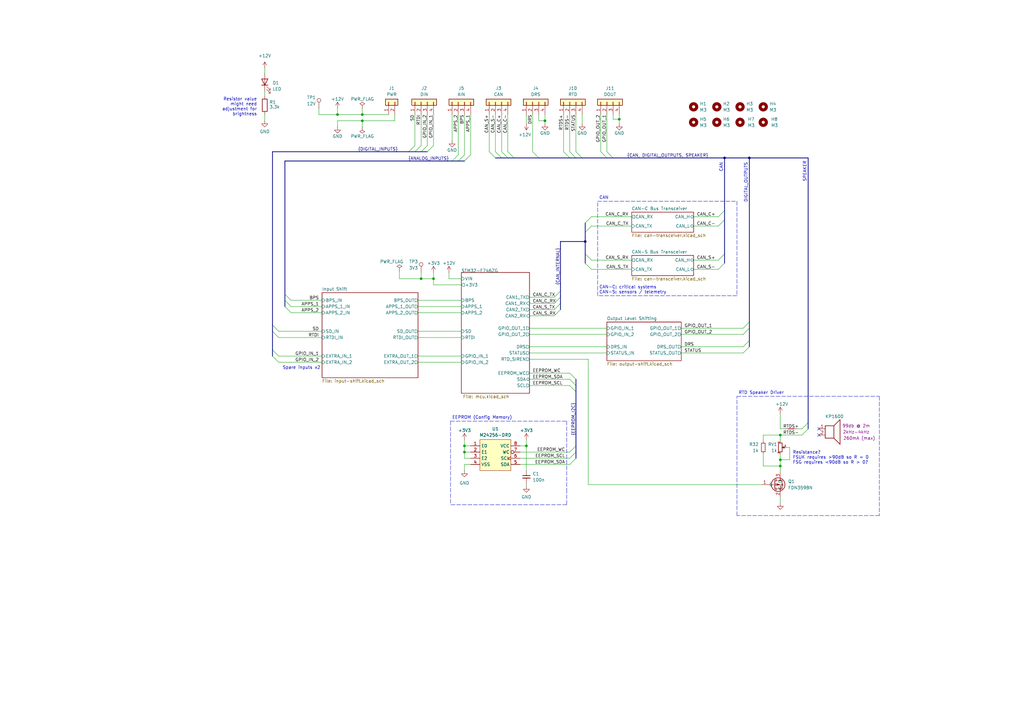
<source format=kicad_sch>
(kicad_sch (version 20211123) (generator eeschema)
  (paper "A3")
  (title_block (title "VCU") (date "2023-03-01") (rev "1.2.0") (company "SUFST") (comment 1 "STAG 9") (comment 2 "Tim Brewis") (comment 3 "Max O'Brien"))
  (lib_symbols
    (symbol "Connector:TestPoint" (pin_numbers hide) (pin_names (offset 0.762) hide)
      (property "Reference" "TP" (at 0 6.858 0))
      (property "Value" "TestPoint" (at 0 5.08 0))
      (symbol "TestPoint_0_1"
        (circle (center 0 3.302) (radius 0.762))
      )
      (symbol "TestPoint_1_1"
        (pin passive line (at 0 0 90) (length 2.54) (name "1") (number "1"))
      )
    )
    (symbol "Connector_Generic:Conn_01x02" (pin_names (offset 1.016) hide)
      (property "Reference" "J" (at 0 2.54 0))
      (property "Value" "Conn_01x02" (at 0 -5.08 0))
      (symbol "Conn_01x02_1_1"
        (rectangle (start -1.27 -2.413) (end 0 -2.667) (stroke (width 0.1524)))
        (rectangle (start -1.27 0.127) (end 0 -0.127) (stroke (width 0.1524)))
        (rectangle (start -1.27 1.27) (end 1.27 -3.81) (stroke (width 0.254)) (fill (type background)))
        (pin passive line (at -5.08 0 0) (length 3.81) (name "Pin_1") (number "1"))
        (pin passive line (at -5.08 -2.54 0) (length 3.81) (name "Pin_2") (number "2"))
      )
    )
    (symbol "Connector_Generic:Conn_01x04" (pin_names (offset 1.016) hide)
      (property "Reference" "J" (at 0 5.08 0))
      (property "Value" "Conn_01x04" (at 0 -7.62 0))
      (symbol "Conn_01x04_1_1"
        (rectangle (start -1.27 -4.953) (end 0 -5.207) (stroke (width 0.1524)))
        (rectangle (start -1.27 -2.413) (end 0 -2.667) (stroke (width 0.1524)))
        (rectangle (start -1.27 0.127) (end 0 -0.127) (stroke (width 0.1524)))
        (rectangle (start -1.27 2.667) (end 0 2.413) (stroke (width 0.1524)))
        (rectangle (start -1.27 3.81) (end 1.27 -6.35) (stroke (width 0.254)) (fill (type background)))
        (pin passive line (at -5.08 2.54 0) (length 3.81) (name "Pin_1") (number "1"))
        (pin passive line (at -5.08 0 0) (length 3.81) (name "Pin_2") (number "2"))
        (pin passive line (at -5.08 -2.54 0) (length 3.81) (name "Pin_3") (number "3"))
        (pin passive line (at -5.08 -5.08 0) (length 3.81) (name "Pin_4") (number "4"))
      )
    )
    (symbol "Device:C_Small" (pin_numbers hide) (pin_names (offset 0.254) hide)
      (property "Reference" "C" (at 0.254 1.778 0))
      (property "Value" "C_Small" (at 0.254 -2.032 0))
      (symbol "C_Small_0_1"
        (polyline (pts (xy -1.524 -0.508) (xy 1.524 -0.508)) (stroke (width 0.3302)))
        (polyline (pts (xy -1.524 0.508) (xy 1.524 0.508)) (stroke (width 0.3048)))
      )
      (symbol "C_Small_1_1"
        (pin passive line (at 0 2.54 270) (length 2.032) (name "~") (number "1"))
        (pin passive line (at 0 -2.54 90) (length 2.032) (name "~") (number "2"))
      )
    )
    (symbol "Device:LED" (pin_numbers hide) (pin_names (offset 1.016) hide)
      (property "Reference" "D" (at 0 2.54 0))
      (property "Value" "LED" (at 0 -2.54 0))
      (symbol "LED_0_1"
        (polyline (pts (xy -1.27 -1.27) (xy -1.27 1.27)) (stroke (width 0.254)))
        (polyline (pts (xy -1.27 0) (xy 1.27 0)))
        (polyline (pts (xy 1.27 -1.27) (xy 1.27 1.27) (xy -1.27 0) (xy 1.27 -1.27)) (stroke (width 0.254)))
        (polyline (pts (xy -3.048 -0.762) (xy -4.572 -2.286) (xy -3.81 -2.286) (xy -4.572 -2.286) (xy -4.572 -1.524)))
        (polyline (pts (xy -1.778 -0.762) (xy -3.302 -2.286) (xy -2.54 -2.286) (xy -3.302 -2.286) (xy -3.302 -1.524)))
      )
      (symbol "LED_1_1"
        (pin passive line (at -3.81 0 0) (length 2.54) (name "K") (number "1"))
        (pin passive line (at 3.81 0 180) (length 2.54) (name "A") (number "2"))
      )
    )
    (symbol "Device:NetTie_2" (pin_numbers hide) (pin_names (offset 0) hide)
      (property "Reference" "NT" (at 0 1.27 0))
      (property "Value" "NetTie_2" (at 0 -1.27 0))
      (symbol "NetTie_2_0_1"
        (polyline (pts (xy -1.27 0) (xy 1.27 0)) (stroke (width 0.254)))
      )
      (symbol "NetTie_2_1_1"
        (pin passive line (at -2.54 0 0) (length 2.54) (name "1") (number "1"))
        (pin passive line (at 2.54 0 180) (length 2.54) (name "2") (number "2"))
      )
    )
    (symbol "Device:R" (pin_numbers hide) (pin_names (offset 0))
      (property "Reference" "R" (at 2.032 0 90))
      (property "Value" "R" (at 0 0 90))
      (symbol "R_0_1"
        (rectangle (start -1.016 -2.54) (end 1.016 2.54) (stroke (width 0.254)))
      )
      (symbol "R_1_1"
        (pin passive line (at 0 3.81 270) (length 1.27) (name "~") (number "1"))
        (pin passive line (at 0 -3.81 90) (length 1.27) (name "~") (number "2"))
      )
    )
    (symbol "Device:R_Potentiometer_Small" (pin_names (offset 1.016) hide)
      (property "Reference" "RV" (at -4.445 0 90))
      (property "Value" "R_Potentiometer_Small" (at -2.54 0 90))
      (symbol "R_Potentiometer_Small_0_1"
        (polyline (pts (xy 0.889 0) (xy 0.635 0) (xy 1.651 0.381) (xy 1.651 -0.381) (xy 0.635 0) (xy 0.889 0)) (fill (type outline)))
        (rectangle (start 0.762 1.8034) (end -0.762 -1.8034) (stroke (width 0.254)))
      )
      (symbol "R_Potentiometer_Small_1_1"
        (pin passive line (at 0 2.54 270) (length 0.635) (name "1") (number "1"))
        (pin passive line (at 2.54 0 180) (length 0.9906) (name "2") (number "2"))
        (pin passive line (at 0 -2.54 90) (length 0.635) (name "3") (number "3"))
      )
    )
    (symbol "Device:R_Small" (pin_numbers hide) (pin_names (offset 0.254) hide)
      (property "Reference" "R" (at 0.762 0.508 0))
      (property "Value" "R_Small" (at 0.762 -1.016 0))
      (symbol "R_Small_0_1"
        (rectangle (start -0.762 1.778) (end 0.762 -1.778) (stroke (width 0.2032)))
      )
      (symbol "R_Small_1_1"
        (pin passive line (at 0 2.54 270) (length 0.762) (name "~") (number "1"))
        (pin passive line (at 0 -2.54 90) (length 0.762) (name "~") (number "2"))
      )
    )
    (symbol "Device:Speaker" (pin_names (offset 0) hide)
      (property "Reference" "LS" (at 1.27 5.715 0))
      (property "Value" "Speaker" (at 1.27 3.81 0))
      (symbol "Speaker_0_0"
        (rectangle (start -2.54 1.27) (end 1.016 -3.81) (stroke (width 0.254)))
        (polyline (pts (xy 1.016 1.27) (xy 3.556 3.81) (xy 3.556 -6.35) (xy 1.016 -3.81)) (stroke (width 0.254)))
      )
      (symbol "Speaker_1_1"
        (pin input line (at -5.08 0 0) (length 2.54) (name "1") (number "1"))
        (pin input line (at -5.08 -2.54 0) (length 2.54) (name "2") (number "2"))
      )
    )
    (symbol "Mechanical:MountingHole" (pin_names (offset 1.016))
      (property "Reference" "H" (at 0 5.08 0))
      (property "Value" "MountingHole" (at 0 3.175 0))
      (symbol "MountingHole_0_1"
        (circle (center 0 0) (radius 1.27) (stroke (width 1.27)))
      )
    )
    (symbol "SUFST:FDN359BN"
      (property "Reference" "Q" (at 0 0 0))
      (property "Value" "FDN359BN" (at 6.35 3.81 0))
      (symbol "FDN359BN_0_1"
        (circle (center -0.889 0) (radius 2.794) (stroke (width 0.254)))
        (circle (center 0 -1.778) (radius 0.254) (fill (type outline)))
        (polyline (pts (xy -2.286 0) (xy -5.08 0)))
        (polyline (pts (xy -2.286 1.905) (xy -2.286 -1.905)) (stroke (width 0.254)))
        (polyline (pts (xy -1.778 -1.27) (xy -1.778 -2.286)) (stroke (width 0.254)))
        (polyline (pts (xy -1.778 0.508) (xy -1.778 -0.508)) (stroke (width 0.254)))
        (polyline (pts (xy -1.778 2.286) (xy -1.778 1.27)) (stroke (width 0.254)))
        (polyline (pts (xy 0 2.54) (xy 0 1.778)))
        (polyline (pts (xy 0 -2.54) (xy 0 0) (xy -1.778 0)))
        (polyline (pts (xy -1.778 1.778) (xy 0.762 1.778) (xy 0.762 -1.778) (xy -1.778 -1.778)))
        (polyline (pts (xy -0.254 0) (xy -1.27 0.381) (xy -1.27 -0.381) (xy -0.254 0)) (fill (type outline)))
        (polyline (pts (xy 0.254 -0.508) (xy 0.381 -0.381) (xy 1.143 -0.381) (xy 1.27 -0.254)))
        (polyline (pts (xy 0.762 -0.381) (xy 0.381 0.254) (xy 1.143 0.254) (xy 0.762 -0.381)))
        (circle (center 0 1.778) (radius 0.254) (fill (type outline)))
      )
      (symbol "FDN359BN_1_1"
        (pin input line (at -7.62 0 0) (length 2.54) (name "G") (number "1"))
        (pin passive line (at 0 -5.08 90) (length 2.54) (name "S") (number "2"))
        (pin passive line (at 0 5.08 270) (length 2.54) (name "D") (number "3"))
      )
    )
    (symbol "SUFST:M24256-A125"
      (property "Reference" "U1" (at 0 10.16 0))
      (property "Value" "M24256-A125" (at 0 7.62 0))
      (symbol "M24256-A125_0_1"
        (rectangle (start -6.35 5.08) (end 6.35 -7.62) (fill (type background)))
      )
      (symbol "M24256-A125_1_1"
        (pin input line (at -10.16 2.54 0) (length 3.81) (name "E0") (number "1"))
        (pin input line (at -10.16 0 0) (length 3.81) (name "E1") (number "2"))
        (pin input line (at -10.16 -2.54 0) (length 3.81) (name "E2") (number "3"))
        (pin power_in line (at -10.16 -5.08 0) (length 3.81) (name "VSS") (number "4"))
        (pin bidirectional line (at 10.16 -5.08 180) (length 3.81) (name "SDA") (number "5"))
        (pin input clock (at 10.16 -2.54 180) (length 3.81) (name "SCL") (number "6"))
        (pin input inverted (at 10.16 0 180) (length 3.81) (name "WC") (number "7"))
        (pin power_in line (at 10.16 2.54 180) (length 3.81) (name "VCC") (number "8"))
      )
    )
    (symbol "power:+12V" (power) (pin_names (offset 0))
      (property "Value" "+12V" (at 0 3.556 0))
      (symbol "+12V_0_1"
        (polyline (pts (xy -0.762 1.27) (xy 0 2.54)))
        (polyline (pts (xy 0 0) (xy 0 2.54)))
        (polyline (pts (xy 0 2.54) (xy 0.762 1.27)))
      )
      (symbol "+12V_1_1"
        (pin power_in line (at 0 0 90) (length 0) hide (name "+12V") (number "1"))
      )
    )
    (symbol "power:+3V3" (power) (pin_names (offset 0))
      (property "Value" "+3V3" (at 0 3.556 0))
      (symbol "+3V3_0_1"
        (polyline (pts (xy -0.762 1.27) (xy 0 2.54)))
        (polyline (pts (xy 0 0) (xy 0 2.54)))
        (polyline (pts (xy 0 2.54) (xy 0.762 1.27)))
      )
      (symbol "+3V3_1_1"
        (pin power_in line (at 0 0 90) (length 0) hide (name "+3V3") (number "1"))
      )
    )
    (symbol "power:GND" (power) (pin_names (offset 0))
      (property "Value" "GND" (at 0 -3.81 0))
      (symbol "GND_0_1"
        (polyline (pts (xy 0 0) (xy 0 -1.27) (xy 1.27 -1.27) (xy 0 -2.54) (xy -1.27 -1.27) (xy 0 -1.27)))
      )
      (symbol "GND_1_1"
        (pin power_in line (at 0 0 270) (length 0) hide (name "GND") (number "1"))
      )
    )
    (symbol "power:PWR_FLAG" (power) (pin_numbers hide) (pin_names (offset 0) hide)
      (property "Value" "PWR_FLAG" (at 0 3.81 0))
      (symbol "PWR_FLAG_0_0"
        (pin power_out line (at 0 0 90) (length 0) (name "pwr") (number "1"))
      )
      (symbol "PWR_FLAG_0_1"
        (polyline (pts (xy 0 0) (xy 0 1.27) (xy -1.016 1.905) (xy 0 2.54) (xy 1.016 1.905) (xy 0 1.27)))
      )
    )
  )
  (bus_alias "ANALOG_INPUTS" (members "APPS_1" "APPS_2" "BPS"))
  (bus_alias "DIGITAL_OUTPUTS" (members "DRS" "STATUS" "GPIO_OUT_1" "GPIO_OUT_2"))
  (bus_alias "DIGITAL_INPUTS" (members "RTDI" "SD" "GPIO_IN_1" "GPIO_IN_2" "GPIO_IN_3"))
  (bus_alias "CAN_INTERNAL" (members "CAN_C_TX" "CAN_C_RX" "CAN_S_TX" "CAN_S_RX"))
  (bus_alias "SPEAKER" (members "RTDS+" "RTDS-"))
  (bus_alias "CAN" (members "CAN_C+" "CAN_C-" "CAN_S+" "CAN_S-"))
  (bus_alias "EEPROM_I2C" (members "EEPROM_WC" "EEPROM_SCL" "EEPROM_SDA"))
  (junction (at 254 48.895))
  (junction (at 223.52 49.53))
  (junction (at 320.04 178.435))
  (junction (at 240.03 99.06))
  (junction (at 172.72 114.3))
  (junction (at 297.18 64.77))
  (junction (at 320.04 191.135))
  (junction (at 190.5 182.88))
  (junction (at 138.43 46.99))
  (junction (at 148.59 46.99))
  (junction (at 215.9 182.88))
  (junction (at 190.5 185.42))
  (junction (at 307.34 64.77))
  (junction (at 148.59 49.53))
  (junction (at 177.8 114.3))
  (junction (at 320.04 188.595))
  (no_connect (at 335.915 178.435))
  (no_connect (at 335.915 175.895))
  (bus_entry (at 116.84 120.65) (size 2.54 2.54))
  (bus_entry (at 208.28 62.23) (size 2.54 2.54))
  (bus_entry (at 304.8 142.24) (size 2.54 -2.54))
  (bus_entry (at 328.93 175.895) (size 2.54 -2.54))
  (bus_entry (at 328.93 178.435) (size 2.54 -2.54))
  (bus_entry (at 203.2 62.23) (size 2.54 2.54))
  (bus_entry (at 200.66 62.23) (size 2.54 2.54))
  (bus_entry (at 227.33 129.54) (size 2.54 -2.54))
  (bus_entry (at 233.68 158.115) (size 2.54 2.54))
  (bus_entry (at 294.64 92.71) (size 2.54 -2.54))
  (bus_entry (at 294.64 88.9) (size 2.54 -2.54))
  (bus_entry (at 294.64 110.49) (size 2.54 -2.54))
  (bus_entry (at 294.64 106.68) (size 2.54 -2.54))
  (bus_entry (at 227.33 127) (size 2.54 -2.54))
  (bus_entry (at 227.33 121.92) (size 2.54 -2.54))
  (bus_entry (at 227.33 124.46) (size 2.54 -2.54))
  (bus_entry (at 205.74 62.23) (size 2.54 2.54))
  (bus_entry (at 240.03 91.44) (size 2.54 -2.54))
  (bus_entry (at 240.03 95.25) (size 2.54 -2.54))
  (bus_entry (at 242.57 106.68) (size -2.54 -2.54))
  (bus_entry (at 242.57 110.49) (size -2.54 -2.54))
  (bus_entry (at 236.22 62.23) (size 2.54 2.54))
  (bus_entry (at 246.38 62.23) (size 2.54 2.54))
  (bus_entry (at 248.92 62.23) (size 2.54 2.54))
  (bus_entry (at 167.64 62.23) (size 2.54 -2.54))
  (bus_entry (at 304.8 137.16) (size 2.54 -2.54))
  (bus_entry (at 304.8 134.62) (size 2.54 -2.54))
  (bus_entry (at 233.68 190.5) (size 2.54 -2.54))
  (bus_entry (at 233.68 187.96) (size 2.54 -2.54))
  (bus_entry (at 233.68 185.42) (size 2.54 -2.54))
  (bus_entry (at 231.14 62.23) (size 2.54 2.54))
  (bus_entry (at 233.68 62.23) (size 2.54 2.54))
  (bus_entry (at 304.8 144.78) (size 2.54 -2.54))
  (bus_entry (at 111.76 135.89) (size 2.54 2.54))
  (bus_entry (at 116.84 125.73) (size 2.54 2.54))
  (bus_entry (at 111.76 133.35) (size 2.54 2.54))
  (bus_entry (at 116.84 123.19) (size 2.54 2.54))
  (bus_entry (at 185.42 66.04) (size 2.54 -2.54))
  (bus_entry (at 187.96 66.04) (size 2.54 -2.54))
  (bus_entry (at 190.5 66.04) (size 2.54 -2.54))
  (bus_entry (at 172.72 62.23) (size 2.54 -2.54))
  (bus_entry (at 233.68 155.575) (size 2.54 2.54))
  (bus_entry (at 233.68 153.035) (size 2.54 2.54))
  (bus_entry (at 218.44 62.23) (size 2.54 2.54))
  (bus_entry (at 175.26 62.23) (size 2.54 -2.54))
  (bus_entry (at 111.76 146.05) (size 2.54 2.54))
  (bus_entry (at 111.76 143.51) (size 2.54 2.54))
  (bus_entry (at 170.18 62.23) (size 2.54 -2.54))
  (wire (pts (xy 320.04 175.895) (xy 321.945 175.895)))
  (wire (pts (xy 242.57 88.9) (xy 259.08 88.9)))
  (bus (pts (xy 297.18 64.77) (xy 307.34 64.77)))
  (bus (pts (xy 111.76 146.05) (xy 111.76 143.51)))
  (wire (pts (xy 223.52 46.99) (xy 223.52 49.53)))
  (wire (pts (xy 114.3 138.43) (xy 132.08 138.43)))
  (bus (pts (xy 236.22 160.655) (xy 236.22 182.88)))
  (wire (pts (xy 213.36 187.96) (xy 233.68 187.96)))
  (wire (pts (xy 138.43 52.07) (xy 138.43 49.53)))
  (wire (pts (xy 217.17 158.115) (xy 233.68 158.115)))
  (wire (pts (xy 190.5 46.99) (xy 190.5 63.5)))
  (polyline (pts (xy 302.26 121.285) (xy 245.11 121.285)))
  (wire (pts (xy 171.45 128.27) (xy 189.23 128.27)))
  (wire (pts (xy 163.83 114.3) (xy 163.83 111.125)))
  (wire (pts (xy 170.18 46.99) (xy 170.18 59.69)))
  (bus (pts (xy 240.03 99.06) (xy 240.03 104.14)))
  (bus (pts (xy 307.34 132.08) (xy 307.34 134.62)))
  (bus (pts (xy 116.84 123.19) (xy 116.84 125.73)))
  (bus (pts (xy 210.82 64.77) (xy 220.98 64.77)))
  (wire (pts (xy 187.96 46.99) (xy 187.96 63.5)))
  (wire (pts (xy 208.28 46.99) (xy 208.28 62.23)))
  (wire (pts (xy 114.3 146.05) (xy 132.08 146.05)))
  (polyline (pts (xy 232.41 207.01) (xy 184.785 207.01)))
  (wire (pts (xy 193.04 46.99) (xy 193.04 63.5)))
  (wire (pts (xy 190.5 193.04) (xy 190.5 190.5)))
  (bus (pts (xy 251.46 64.77) (xy 297.18 64.77)))
  (bus (pts (xy 116.84 120.65) (xy 116.84 123.19)))
  (bus (pts (xy 240.03 91.44) (xy 240.03 95.25)))
  (wire (pts (xy 171.45 148.59) (xy 189.23 148.59)))
  (wire (pts (xy 177.8 46.99) (xy 177.8 59.69)))
  (wire (pts (xy 215.9 46.99) (xy 215.9 50.8)))
  (wire (pts (xy 284.48 106.68) (xy 294.64 106.68)))
  (bus (pts (xy 116.84 66.04) (xy 116.84 120.65)))
  (bus (pts (xy 236.22 182.88) (xy 236.22 185.42)))
  (wire (pts (xy 190.5 190.5) (xy 193.04 190.5)))
  (wire (pts (xy 108.585 27.94) (xy 108.585 29.845)))
  (bus (pts (xy 238.76 64.77) (xy 248.92 64.77)))
  (bus (pts (xy 307.34 64.77) (xy 307.34 132.08)))
  (wire (pts (xy 148.59 46.99) (xy 159.385 46.99)))
  (wire (pts (xy 190.5 185.42) (xy 190.5 187.96)))
  (wire (pts (xy 217.17 153.035) (xy 233.68 153.035)))
  (wire (pts (xy 148.59 49.53) (xy 148.59 52.07)))
  (wire (pts (xy 217.17 142.24) (xy 248.92 142.24)))
  (wire (pts (xy 185.42 46.99) (xy 185.42 57.785)))
  (wire (pts (xy 215.9 198.12) (xy 215.9 199.39)))
  (wire (pts (xy 114.3 148.59) (xy 132.08 148.59)))
  (bus (pts (xy 297.18 104.14) (xy 297.18 107.95)))
  (wire (pts (xy 217.17 137.16) (xy 248.92 137.16)))
  (wire (pts (xy 193.04 185.42) (xy 190.5 185.42)))
  (wire (pts (xy 223.52 49.53) (xy 223.52 50.8)))
  (bus (pts (xy 229.87 124.46) (xy 229.87 127)))
  (bus (pts (xy 233.68 64.77) (xy 236.22 64.77)))
  (bus (pts (xy 307.34 134.62) (xy 307.34 139.7)))
  (wire (pts (xy 190.5 180.34) (xy 190.5 182.88)))
  (wire (pts (xy 242.57 110.49) (xy 259.08 110.49)))
  (wire (pts (xy 172.72 114.3) (xy 177.8 114.3)))
  (polyline (pts (xy 302.26 82.55) (xy 302.26 121.285)))
  (wire (pts (xy 138.43 49.53) (xy 148.59 49.53)))
  (bus (pts (xy 190.5 66.04) (xy 187.96 66.04)))
  (wire (pts (xy 220.98 49.53) (xy 223.52 49.53)))
  (polyline (pts (xy 360.68 211.455) (xy 302.26 211.455)))
  (wire (pts (xy 217.17 121.92) (xy 227.33 121.92)))
  (wire (pts (xy 279.4 142.24) (xy 304.8 142.24)))
  (wire (pts (xy 193.04 182.88) (xy 190.5 182.88)))
  (bus (pts (xy 111.76 135.89) (xy 111.76 133.35)))
  (wire (pts (xy 284.48 92.71) (xy 294.64 92.71)))
  (wire (pts (xy 171.45 138.43) (xy 189.23 138.43)))
  (wire (pts (xy 233.68 46.99) (xy 233.68 62.23)))
  (bus (pts (xy 236.22 185.42) (xy 236.22 187.96)))
  (wire (pts (xy 200.66 46.99) (xy 200.66 62.23)))
  (wire (pts (xy 213.36 190.5) (xy 233.68 190.5)))
  (wire (pts (xy 215.9 182.88) (xy 215.9 193.04)))
  (bus (pts (xy 229.87 99.06) (xy 240.03 99.06)))
  (wire (pts (xy 238.76 46.99) (xy 238.76 50.8)))
  (wire (pts (xy 130.81 46.99) (xy 138.43 46.99)))
  (bus (pts (xy 229.87 119.38) (xy 229.87 121.92)))
  (wire (pts (xy 320.04 203.835) (xy 320.04 206.375)))
  (wire (pts (xy 217.17 124.46) (xy 227.33 124.46)))
  (polyline (pts (xy 232.41 172.72) (xy 232.41 200.66)))
  (wire (pts (xy 246.38 46.99) (xy 246.38 62.23)))
  (wire (pts (xy 172.72 114.3) (xy 172.72 111.76)))
  (wire (pts (xy 320.04 186.055) (xy 320.04 188.595)))
  (bus (pts (xy 297.18 90.17) (xy 297.18 104.14)))
  (wire (pts (xy 217.17 147.32) (xy 241.3 147.32)))
  (wire (pts (xy 320.04 188.595) (xy 320.04 191.135)))
  (wire (pts (xy 213.36 185.42) (xy 233.68 185.42)))
  (wire (pts (xy 108.585 37.465) (xy 108.585 39.37)))
  (wire (pts (xy 172.72 46.99) (xy 172.72 59.69)))
  (wire (pts (xy 114.3 135.89) (xy 132.08 135.89)))
  (wire (pts (xy 119.38 123.19) (xy 132.08 123.19)))
  (bus (pts (xy 236.22 155.575) (xy 236.22 158.115)))
  (polyline (pts (xy 245.11 121.285) (xy 245.11 82.55)))
  (bus (pts (xy 297.18 64.77) (xy 297.18 86.36)))
  (wire (pts (xy 284.48 110.49) (xy 294.64 110.49)))
  (wire (pts (xy 217.17 134.62) (xy 248.92 134.62)))
  (polyline (pts (xy 184.785 172.72) (xy 184.785 207.01)))
  (bus (pts (xy 236.22 158.115) (xy 236.22 160.655)))
  (wire (pts (xy 251.46 46.99) (xy 251.46 48.895)))
  (wire (pts (xy 279.4 144.78) (xy 304.8 144.78)))
  (wire (pts (xy 218.44 46.99) (xy 218.44 62.23)))
  (bus (pts (xy 203.2 64.77) (xy 205.74 64.77)))
  (wire (pts (xy 108.585 46.99) (xy 108.585 49.53)))
  (wire (pts (xy 138.43 46.99) (xy 148.59 46.99)))
  (wire (pts (xy 213.36 182.88) (xy 215.9 182.88)))
  (bus (pts (xy 111.76 143.51) (xy 111.76 135.89)))
  (wire (pts (xy 241.3 198.755) (xy 312.42 198.755)))
  (wire (pts (xy 217.17 155.575) (xy 233.68 155.575)))
  (bus (pts (xy 229.87 99.06) (xy 229.87 119.38)))
  (wire (pts (xy 313.055 178.435) (xy 313.055 180.975)))
  (wire (pts (xy 320.04 178.435) (xy 320.04 180.975)))
  (wire (pts (xy 254 46.99) (xy 254 48.895)))
  (wire (pts (xy 320.04 178.435) (xy 313.055 178.435)))
  (bus (pts (xy 220.98 64.77) (xy 233.68 64.77)))
  (bus (pts (xy 331.47 64.77) (xy 331.47 173.355)))
  (wire (pts (xy 193.04 187.96) (xy 190.5 187.96)))
  (bus (pts (xy 297.18 86.36) (xy 297.18 90.17)))
  (wire (pts (xy 242.57 92.71) (xy 259.08 92.71)))
  (bus (pts (xy 111.76 62.23) (xy 111.76 133.35)))
  (bus (pts (xy 229.87 121.92) (xy 229.87 124.46)))
  (wire (pts (xy 184.15 111.76) (xy 184.15 114.3)))
  (wire (pts (xy 172.72 114.3) (xy 163.83 114.3)))
  (bus (pts (xy 248.92 64.77) (xy 251.46 64.77)))
  (wire (pts (xy 177.8 111.76) (xy 177.8 114.3)))
  (wire (pts (xy 161.925 49.53) (xy 161.925 46.99)))
  (polyline (pts (xy 232.41 200.66) (xy 232.41 207.01)))
  (wire (pts (xy 231.14 46.99) (xy 231.14 62.23)))
  (wire (pts (xy 184.15 114.3) (xy 189.23 114.3)))
  (bus (pts (xy 208.28 64.77) (xy 210.82 64.77)))
  (bus (pts (xy 185.42 66.04) (xy 187.96 66.04)))
  (wire (pts (xy 148.59 44.45) (xy 148.59 46.99)))
  (wire (pts (xy 175.26 46.99) (xy 175.26 59.69)))
  (bus (pts (xy 175.26 62.23) (xy 172.72 62.23)))
  (bus (pts (xy 116.84 66.04) (xy 185.42 66.04)))
  (wire (pts (xy 130.81 44.45) (xy 130.81 46.99)))
  (wire (pts (xy 148.59 49.53) (xy 161.925 49.53)))
  (wire (pts (xy 205.74 46.99) (xy 205.74 62.23)))
  (wire (pts (xy 171.45 123.19) (xy 189.23 123.19)))
  (bus (pts (xy 170.18 62.23) (xy 167.64 62.23)))
  (wire (pts (xy 215.9 180.34) (xy 215.9 182.88)))
  (polyline (pts (xy 302.26 211.455) (xy 302.26 162.56)))
  (bus (pts (xy 167.64 62.23) (xy 111.76 62.23)))
  (wire (pts (xy 251.46 48.895) (xy 254 48.895)))
  (polyline (pts (xy 302.26 162.56) (xy 360.68 162.56)))
  (wire (pts (xy 313.055 191.135) (xy 320.04 191.135)))
  (bus (pts (xy 205.74 64.77) (xy 208.28 64.77)))
  (bus (pts (xy 307.34 139.7) (xy 307.34 142.24)))
  (wire (pts (xy 248.92 46.99) (xy 248.92 62.23)))
  (wire (pts (xy 320.04 191.135) (xy 320.04 193.675)))
  (bus (pts (xy 172.72 62.23) (xy 170.18 62.23)))
  (wire (pts (xy 203.2 46.99) (xy 203.2 62.23)))
  (bus (pts (xy 240.03 104.14) (xy 240.03 107.95)))
  (wire (pts (xy 320.04 188.595) (xy 323.85 188.595)))
  (bus (pts (xy 236.22 64.77) (xy 238.76 64.77)))
  (wire (pts (xy 171.45 135.89) (xy 189.23 135.89)))
  (bus (pts (xy 331.47 175.895) (xy 331.47 173.355)))
  (wire (pts (xy 220.98 46.99) (xy 220.98 49.53)))
  (wire (pts (xy 313.055 186.055) (xy 313.055 191.135)))
  (wire (pts (xy 171.45 125.73) (xy 189.23 125.73)))
  (wire (pts (xy 217.17 144.78) (xy 248.92 144.78)))
  (bus (pts (xy 331.47 64.77) (xy 307.34 64.77)))
  (wire (pts (xy 190.5 185.42) (xy 190.5 182.88)))
  (polyline (pts (xy 245.11 82.55) (xy 302.26 82.55)))
  (wire (pts (xy 217.17 127) (xy 227.33 127)))
  (polyline (pts (xy 360.68 162.56) (xy 360.68 211.455)))
  (wire (pts (xy 119.38 125.73) (xy 132.08 125.73)))
  (wire (pts (xy 320.04 178.435) (xy 328.93 178.435)))
  (wire (pts (xy 279.4 134.62) (xy 304.8 134.62)))
  (wire (pts (xy 241.3 147.32) (xy 241.3 198.755)))
  (wire (pts (xy 284.48 88.9) (xy 294.64 88.9)))
  (wire (pts (xy 279.4 137.16) (xy 304.8 137.16)))
  (wire (pts (xy 119.38 128.27) (xy 132.08 128.27)))
  (wire (pts (xy 236.22 46.99) (xy 236.22 62.23)))
  (wire (pts (xy 320.04 169.545) (xy 320.04 175.895)))
  (bus (pts (xy 240.03 95.25) (xy 240.03 99.06)))
  (wire (pts (xy 177.8 114.3) (xy 177.8 116.84)))
  (wire (pts (xy 242.57 106.68) (xy 259.08 106.68)))
  (wire (pts (xy 138.43 44.45) (xy 138.43 46.99)))
  (polyline (pts (xy 184.785 172.72) (xy 232.41 172.72)))
  (wire (pts (xy 327.025 175.895) (xy 328.93 175.895)))
  (wire (pts (xy 254 48.895) (xy 254 50.8)))
  (wire (pts (xy 323.85 183.515) (xy 322.58 183.515)))
  (wire (pts (xy 217.17 129.54) (xy 227.33 129.54)))
  (wire (pts (xy 323.85 188.595) (xy 323.85 183.515)))
  (wire (pts (xy 177.8 116.84) (xy 189.23 116.84)))
  (wire (pts (xy 171.45 146.05) (xy 189.23 146.05)))
  (text "DIGITAL_OUTPUTS\n" (at 306.705 66.675 270) (effects (font (size 1.27 1.27)) (justify right bottom)))
  (text "Spare inputs x2\n\n" (at 131.445 153.67 180) (effects (font (size 1.27 1.27)) (justify right bottom)))
  (text "Resistor value\nmight need\nadjustment for\nbrightness\n" (at 105.41 47.625 180) (effects (font (size 1.27 1.27)) (justify right bottom)))
  (text "CAN-C: critical systems\nCAN-S: sensors / telemetry" (at 245.745 120.65 0) (effects (font (size 1.27 1.27)) (justify left bottom)))
  (text "CAN" (at 245.745 81.915 0) (effects (font (size 1.27 1.27)) (justify left bottom)))
  (text "Resistance?\nFSUK requires >90dB so R = 0\nFSG requires <90dB so R > 0?" (at 325.12 190.5 0) (effects (font (size 1.27 1.27)) (justify left bottom)))
  (text "SPEAKER\n" (at 330.835 66.04 270) (effects (font (size 1.27 1.27)) (justify right bottom)))
  (text "RTD Speaker Driver\n" (at 302.895 161.925 0) (effects (font (size 1.27 1.27)) (justify left bottom)))
  (text "CAN\n" (at 296.545 66.675 270) (effects (font (size 1.27 1.27)) (justify right bottom)))
  (text "EEPROM (Config Memory)\n" (at 185.42 172.085 0) (effects (font (size 1.27 1.27)) (justify left bottom)))
  (label "CAN_S_RX" (at 257.81 106.68 180))
  (label "CAN_C_TX" (at 218.44 121.92 0))
  (label "RTDS+" (at 327.66 175.895 180))
  (label "APPS_2" (at 187.96 46.99 270))
  (label "APPS_1" (at 193.04 46.99 270))
  (label "RTDS-" (at 233.68 46.99 270))
  (label "EEPROM_WC" (at 231.775 185.42 180))
  (label "EEPROM_SDA" (at 231.775 190.5 180))
  (label "STATUS" (at 236.22 46.99 270))
  (label "GPIO_IN_2" (at 130.81 148.59 180))
  (label "SD" (at 170.18 46.99 270))
  (label "GPIO_OUT_2" (at 280.67 137.16 0))
  (label "GPIO_IN_1" (at 177.8 46.99 270))
  (label "DRS" (at 280.67 142.24 0))
  (label "CAN_C+" (at 285.75 88.9 0))
  (label "EEPROM_SCL" (at 231.775 187.96 180))
  (label "EEPROM_WC" (at 218.44 153.035 0))
  (label "GPIO_IN_1" (at 130.81 146.05 180))
  (label "CAN_S+" (at 285.75 106.68 0))
  (label "GPIO_OUT_1" (at 280.67 134.62 0))
  (label "GPIO_OUT_2" (at 246.38 46.99 270))
  (label "CAN_S-" (at 285.75 110.49 0))
  (label "EEPROM_SDA" (at 218.44 155.575 0))
  (label "{CAN_INTERNAL}" (at 229.87 101.6 270))
  (label "CAN_C-" (at 208.28 46.99 270))
  (label "APPS_1" (at 130.81 125.73 180))
  (label "CAN_C-" (at 285.75 92.71 0))
  (label "CAN_C_RX" (at 257.81 88.9 180))
  (label "SD" (at 130.81 135.89 180))
  (label "GPIO_OUT_1" (at 248.92 46.99 270))
  (label "CAN_S+" (at 200.66 46.99 270))
  (label "RTDI" (at 130.81 138.43 180))
  (label "DRS" (at 218.44 46.99 270))
  (label "CAN_S-" (at 203.2 46.99 270))
  (label "CAN_C_TX" (at 257.81 92.71 180))
  (label "{EEPROM_I2C}" (at 236.22 165.1 270))
  (label "CAN_C+" (at 205.74 46.99 270))
  (label "{DIGITAL_INPUTS}" (at 163.195 62.23 180))
  (label "GPIO_IN_2" (at 175.26 46.99 270))
  (label "CAN_S_TX" (at 218.44 127 0))
  (label "{ANALOG_INPUTS}" (at 184.15 66.04 180))
  (label "CAN_S_RX" (at 218.44 129.54 0))
  (label "RTDS+" (at 231.14 46.99 270))
  (label "CAN_S_TX" (at 257.81 110.49 180))
  (label "APPS_2" (at 130.81 128.27 180))
  (label "{CAN, DIGITAL_OUTPUTS, SPEAKER}" (at 257.175 64.77 0))
  (label "BPS" (at 130.81 123.19 180))
  (label "CAN_C_RX" (at 218.44 124.46 0))
  (label "BPS" (at 190.5 46.99 270))
  (label "STATUS" (at 280.67 144.78 0))
  (label "RTDI" (at 172.72 46.99 270))
  (label "EEPROM_SCL" (at 218.44 158.115 0))
  (label "RTDS-" (at 327.66 178.435 180))
  (symbol (lib_id "Mechanical:MountingHole") (at 284.48 50.165 0) (unit 1)
    (property "Reference" "H5" (at 287.02 48.8949 0) (effects (justify left)))
    (property "Value" "M3" (at 287.02 51.4349 0) (effects (justify left)))
    (property "Footprint" "SUFST:Mounting-Hole_M3_NoCourtyard" (effects hide))
    (property "Optional" "False" (effects hide))
  )
  (symbol (lib_id "Connector_Generic:Conn_01x04") (at 172.72 41.91 90) (unit 1)
    (property "Reference" "J2" (at 173.99 36.195 90))
    (property "Value" "DIN" (at 173.99 38.735 90))
    (property "Footprint" "Connector_Molex:Molex_Micro-Fit_3.0_43650-0415_1x04_P3.00mm_Vertical" (effects hide))
    (property "Datasheet" "https://www.molex.com/molex/products/part-detail/pcb_headers/0436500415" (effects hide))
    (property "Optional" "False" (effects hide))
  )
  (symbol (lib_id "power:+12V") (at 184.15 111.76 0) (unit 1)
    (property "Reference" "#PWR08" (effects hide))
    (property "Value" "+12V" (at 184.15 107.95 0))
  )
  (symbol (lib_id "Connector_Generic:Conn_01x04") (at 218.44 41.91 90) (unit 1)
    (property "Reference" "J4" (at 219.71 36.195 90))
    (property "Value" "DRS" (at 219.71 38.735 90))
    (property "Footprint" "Connector_Molex:Molex_Micro-Fit_3.0_43650-0415_1x04_P3.00mm_Vertical" (effects hide))
    (property "Datasheet" "https://www.molex.com/molex/products/part-detail/pcb_headers/0436500415" (effects hide))
    (property "Optional" "False" (effects hide))
  )
  (symbol (lib_id "power:PWR_FLAG") (at 148.59 44.45 0) (unit 1)
    (property "Reference" "#FLG01" (effects hide))
    (property "Value" "PWR_FLAG" (at 148.59 40.64 0))
  )
  (symbol (lib_id "power:GND") (at 190.5 193.04 0) (unit 1)
    (property "Reference" "#PWR010" (effects hide))
    (property "Value" "GND" (at 190.5 198.12 0))
  )
  (symbol (lib_id "Connector_Generic:Conn_01x02") (at 159.385 41.91 90) (unit 1)
    (property "Reference" "J1" (at 160.655 36.195 90))
    (property "Value" "PWR" (at 160.655 38.735 90))
    (property "Footprint" "Connector_Molex:Molex_Micro-Fit_3.0_43650-0215_1x02_P3.00mm_Vertical" (effects hide))
    (property "Datasheet" "https://www.molex.com/molex/products/part-detail/pcb_headers/0436500215" (effects hide))
    (property "Optional" "False" (effects hide))
  )
  (symbol (lib_id "Connector:TestPoint") (at 172.72 111.76 0) (mirror y) (unit 1)
    (property "Reference" "TP3" (at 171.45 107.315 0) (effects (justify left)))
    (property "Value" "3V3" (at 171.45 109.855 0) (effects (justify left)))
    (property "Footprint" "TestPoint:TestPoint_Pad_D1.0mm" (effects hide))
  )
  (symbol (lib_id "Device:R") (at 108.585 43.18 0) (unit 1)
    (property "Reference" "R1" (at 110.49 41.91 0) (effects (justify left)))
    (property "Value" "3.3k" (at 110.49 43.815 0) (effects (justify left)))
    (property "Footprint" "Resistor_SMD:R_0805_2012Metric_Pad1.20x1.40mm_HandSolder" (effects hide))
    (property "Datasheet" "https://www.mouser.co.uk/datasheet/2/427/tnpw_e3-1761965.pdf" (effects hide))
    (property "Optional" "False" (effects hide))
    (property "Supplier" "Mouser" (effects hide))
  )
  (symbol (lib_id "Mechanical:MountingHole") (at 313.055 50.165 0) (unit 1)
    (property "Reference" "H8" (at 316.23 48.8949 0) (effects (justify left)))
    (property "Value" "M3" (at 316.23 51.4349 0) (effects (justify left)))
    (property "Footprint" "MountingHole:MountingHole_3.2mm_M3" (effects hide))
    (property "Optional" "False" (effects hide))
  )
  (symbol (lib_id "Device:R_Potentiometer_Small") (at 320.04 183.515 0) (unit 1)
    (property "Reference" "RV1" (at 318.77 182.245 0) (effects (justify right)))
    (property "Value" "1k" (at 318.77 184.785 0) (effects (justify right)))
    (property "Footprint" "Potentiometer_SMD:Potentiometer_Bourns_3214W_Vertical" (effects hide))
    (property "Datasheet" "https://www.mouser.co.uk/datasheet/2/54/3214-776713.pdf" (effects hide))
    (property "Optional" "True" (effects hide))
    (property "Order Code" "652-3214W-1-503E" (effects hide))
    (property "Supplier" "Mouser" (effects hide))
  )
  (symbol (lib_id "Connector_Generic:Conn_01x04") (at 248.92 41.91 90) (unit 1)
    (property "Reference" "J11" (at 250.19 36.195 90))
    (property "Value" "DOUT" (at 250.19 38.735 90))
    (property "Footprint" "Connector_Molex:Molex_Micro-Fit_3.0_43650-0415_1x04_P3.00mm_Vertical" (effects hide))
    (property "Datasheet" "https://www.molex.com/molex/products/part-detail/pcb_headers/0436500415" (effects hide))
    (property "Optional" "False" (effects hide))
  )
  (symbol (lib_id "power:+12V") (at 320.04 169.545 0) (unit 1)
    (property "Reference" "#PWR014" (effects hide))
    (property "Value" "+12V" (at 320.675 165.735 0))
  )
  (symbol (lib_id "power:GND") (at 108.585 49.53 0) (unit 1)
    (property "Reference" "#PWR02" (effects hide))
    (property "Value" "GND" (at 108.585 53.975 0))
  )
  (symbol (lib_id "Mechanical:MountingHole") (at 294.005 43.815 0) (unit 1)
    (property "Reference" "H2" (at 296.545 42.5449 0) (effects (justify left)))
    (property "Value" "M3" (at 296.545 45.0849 0) (effects (justify left)))
    (property "Footprint" "SUFST:Mounting-Hole_M3_NoCourtyard" (effects hide))
    (property "Optional" "False" (effects hide))
  )
  (symbol (lib_id "power:+3V3") (at 215.9 180.34 0) (unit 1)
    (property "Reference" "#PWR0103" (effects hide))
    (property "Value" "+3V3" (at 215.9 176.53 0))
  )
  (symbol (lib_id "Connector_Generic:Conn_01x04") (at 203.2 41.91 90) (unit 1)
    (property "Reference" "J3" (at 204.47 36.195 90))
    (property "Value" "CAN" (at 204.47 38.735 90))
    (property "Footprint" "Connector_Molex:Molex_Micro-Fit_3.0_43650-0415_1x04_P3.00mm_Vertical" (effects hide))
    (property "Datasheet" "https://www.molex.com/molex/products/part-detail/pcb_headers/0436500415" (effects hide))
    (property "Optional" "False" (effects hide))
  )
  (symbol (lib_id "power:GND") (at 223.52 50.8 0) (unit 1)
    (property "Reference" "#PWR011" (effects hide))
    (property "Value" "GND" (at 223.52 54.61 0))
  )
  (symbol (lib_id "power:PWR_FLAG") (at 163.83 111.125 0) (unit 1)
    (property "Reference" "#FLG03" (effects hide))
    (property "Value" "PWR_FLAG" (at 160.655 107.315 0))
  )
  (symbol (lib_id "Device:LED") (at 108.585 33.655 90) (unit 1)
    (property "Reference" "D1" (at 111.76 33.9724 90) (effects (justify right)))
    (property "Value" "LED" (at 111.76 36.5124 90) (effects (justify right)))
    (property "Footprint" "LED_SMD:LED_0805_2012Metric_Pad1.15x1.40mm_HandSolder" (effects hide))
    (property "Datasheet" "https://www.mouser.co.uk/datasheet/2/180/IN_S85CS5R_V1_0-2258054.pdf" (effects hide))
    (property "Supplier" "Mouser" (effects hide))
    (property "Order Code" "743-IN-S85CS5R" (effects hide))
    (property "Optional" "False" (effects hide))
  )
  (symbol (lib_id "power:+3V3") (at 177.8 111.76 0) (unit 1)
    (property "Reference" "#PWR0104" (effects hide))
    (property "Value" "+3V3" (at 177.8 107.95 0))
  )
  (symbol (lib_id "power:+12V") (at 215.9 50.8 180) (unit 1)
    (property "Reference" "#PWR0105" (effects hide))
    (property "Value" "+12V" (at 215.265 55.245 0))
  )
  (symbol (lib_id "Mechanical:MountingHole") (at 313.055 43.815 0) (unit 1)
    (property "Reference" "H4" (at 315.595 42.5449 0) (effects (justify left)))
    (property "Value" "M3" (at 315.595 45.0849 0) (effects (justify left)))
    (property "Footprint" "SUFST:Mounting-Hole_M3_NoCourtyard" (effects hide))
    (property "Optional" "False" (effects hide))
  )
  (symbol (lib_id "Connector_Generic:Conn_01x04") (at 187.96 41.91 90) (unit 1)
    (property "Reference" "J5" (at 189.23 36.195 90))
    (property "Value" "AIN" (at 189.23 38.735 90))
    (property "Footprint" "Connector_Molex:Molex_Micro-Fit_3.0_43650-0415_1x04_P3.00mm_Vertical" (effects hide))
    (property "Datasheet" "https://www.molex.com/molex/products/part-detail/pcb_headers/0436500415" (effects hide))
    (property "Optional" "False" (effects hide))
  )
  (symbol (lib_id "Mechanical:MountingHole") (at 294.005 50.165 0) (unit 1)
    (property "Reference" "H6" (at 296.545 48.8949 0) (effects (justify left)))
    (property "Value" "M3" (at 296.545 51.4349 0) (effects (justify left)))
    (property "Footprint" "MountingHole:MountingHole_3.2mm_M3" (effects hide))
    (property "Optional" "False" (effects hide))
  )
  (symbol (lib_id "SUFST:M24256-A125") (at 203.2 185.42 0) (unit 1)
    (property "Reference" "U1" (at 203.2 175.895 0))
    (property "Value" "M24256-DRD" (at 203.2 178.435 0))
    (property "Footprint" "SUFST:TSSOP-8_3x6.4mm_P0.65mm" (effects hide))
    (property "Datasheet" "https://datasheet.octopart.com/M24256-DRMN3TP-K-STMicroelectronics-datasheet-62333616.pdf" (effects hide))
    (property "Supplier" "Mouser" (effects hide))
    (property "Order Code" "511-M24256-DRDW8TP/K" (effects hide))
    (property "Optional" "False" (effects hide))
  )
  (symbol (lib_id "power:GND") (at 320.04 206.375 0) (unit 1)
    (property "Reference" "#PWR015" (effects hide))
    (property "Value" "GND" (effects hide))
  )
  (symbol (lib_id "power:+3V3") (at 190.5 180.34 0) (unit 1)
    (property "Reference" "#PWR0102" (effects hide))
    (property "Value" "+3V3" (at 190.5 176.53 0))
  )
  (symbol (lib_id "power:GND") (at 138.43 52.07 0) (unit 1)
    (property "Reference" "#PWR04" (effects hide))
    (property "Value" "GND" (at 138.43 55.88 0))
  )
  (symbol (lib_id "Mechanical:MountingHole") (at 303.53 43.815 0) (unit 1)
    (property "Reference" "H3" (at 306.07 42.5449 0) (effects (justify left)))
    (property "Value" "M3" (at 306.07 45.0849 0) (effects (justify left)))
    (property "Footprint" "SUFST:Mounting-Hole_M3_NoCourtyard" (effects hide))
    (property "Optional" "False" (effects hide))
  )
  (symbol (lib_id "power:GND") (at 254 50.8 0) (unit 1)
    (property "Reference" "#PWR032" (effects hide))
    (property "Value" "GND" (at 254 54.61 0))
  )
  (symbol (lib_id "Device:Speaker") (at 340.995 175.895 0) (unit 1) (on_board no)
    (property "Reference" "#SP1" (effects hide))
    (property "Value" "KP1600" (at 338.455 170.815 0) (effects (justify left)))
    (property "Notes" "99db @ 2m" (at 351.155 174.625 0))
    (property "Freq" "2kHz-4kHz" (at 351.155 177.165 0))
    (property "Current" "260mA (max)" (at 352.425 179.705 0))
  )
  (symbol (lib_id "power:+12V") (at 138.43 44.45 0) (unit 1)
    (property "Reference" "#PWR03" (effects hide))
    (property "Value" "+12V" (at 138.43 40.64 0))
  )
  (symbol (lib_id "Device:C_Small") (at 215.9 195.58 0) (unit 1)
    (property "Reference" "C1" (at 218.44 194.3162 0) (effects (justify left)))
    (property "Value" "100n" (at 218.44 196.8562 0) (effects (justify left)))
    (property "Footprint" "Capacitor_SMD:C_0805_2012Metric_Pad1.18x1.45mm_HandSolder" (effects hide))
    (property "Datasheet" "https://www.mouser.co.uk/datasheet/2/212/KEM_C1002_X7R_SMD-1102033.pdf" (effects hide))
    (property "Optional" "False" (effects hide))
    (property "Order Code" "80-C0805C104K5RACLR" (effects hide))
    (property "Supplier" "Mouser" (effects hide))
  )
  (symbol (lib_id "Connector_Generic:Conn_01x04") (at 233.68 41.91 90) (unit 1)
    (property "Reference" "J10" (at 234.95 36.195 90))
    (property "Value" "RTD" (at 234.95 38.735 90))
    (property "Footprint" "Connector_Molex:Molex_Micro-Fit_3.0_43650-0415_1x04_P3.00mm_Vertical" (effects hide))
    (property "Datasheet" "https://www.molex.com/molex/products/part-detail/pcb_headers/0436500415" (effects hide))
    (property "Optional" "False" (effects hide))
  )
  (symbol (lib_id "SUFST:FDN359BN") (at 320.04 198.755 0) (unit 1)
    (property "Reference" "Q1" (at 323.215 197.4849 0) (effects (justify left)))
    (property "Value" "FDN359BN" (at 323.215 200.0249 0) (effects (justify left)))
    (property "Footprint" "Package_TO_SOT_SMD:SOT-23_Handsoldering" (effects hide))
    (property "Datasheet" "https://www.onsemi.com/download/data-sheet/pdf/fdn359bn-d.pdf" (effects hide))
    (property "Supplier" "Mouser" (effects hide))
    (property "Order Code" "512-FDN359BN" (effects hide))
    (property "Optional" "False" (effects hide))
  )
  (symbol (lib_id "power:GND") (at 238.76 50.8 0) (unit 1)
    (property "Reference" "#PWR048" (effects hide))
    (property "Value" "GND" (at 238.76 54.61 0))
  )
  (symbol (lib_id "Mechanical:MountingHole") (at 303.53 50.165 0) (unit 1)
    (property "Reference" "H7" (at 306.705 48.8949 0) (effects (justify left)))
    (property "Value" "M3" (at 306.705 51.4349 0) (effects (justify left)))
    (property "Footprint" "MountingHole:MountingHole_3.2mm_M3" (effects hide))
    (property "Optional" "False" (effects hide))
  )
  (symbol (lib_id "Device:R_Small") (at 313.055 183.515 0) (mirror x) (unit 1)
    (property "Reference" "R32" (at 311.15 182.2449 0) (effects (justify right)))
    (property "Value" "1k" (at 311.15 184.7849 0) (effects (justify right)))
    (property "Footprint" "Resistor_SMD:R_0805_2012Metric_Pad1.20x1.40mm_HandSolder" (effects hide))
    (property "Datasheet" "https://www.mouser.co.uk/datasheet/2/427/crcwce3-1762584.pdf" (effects hide))
    (property "Supplier" "Mouser" (effects hide))
    (property "Optional" "True" (effects hide))
  )
  (symbol (lib_id "Device:NetTie_2") (at 324.485 175.895 0) (unit 1)
    (property "Reference" "NT1" (effects hide))
    (property "Value" "NetTie_2" (effects hide))
    (property "Footprint" "NetTie:NetTie-2_SMD_Pad0.5mm" (effects hide))
    (property "Optional" "False" (effects hide))
  )
  (symbol (lib_id "power:GND") (at 215.9 199.39 0) (mirror y) (unit 1)
    (property "Reference" "#PWR06" (effects hide))
    (property "Value" "GND" (at 215.9 203.835 0))
  )
  (symbol (lib_id "Connector:TestPoint") (at 130.81 44.45 0) (mirror y) (unit 1)
    (property "Reference" "TP1" (at 129.54 40.005 0) (effects (justify left)))
    (property "Value" "12V" (at 129.54 42.545 0) (effects (justify left)))
    (property "Footprint" "TestPoint:TestPoint_Pad_D1.0mm" (effects hide))
  )
  (symbol (lib_id "power:PWR_FLAG") (at 148.59 52.07 180) (unit 1)
    (property "Reference" "#FLG02" (effects hide))
    (property "Value" "PWR_FLAG" (at 148.59 55.88 0))
  )
  (symbol (lib_id "Mechanical:MountingHole") (at 284.48 43.815 0) (unit 1)
    (property "Reference" "H1" (at 287.02 42.5449 0) (effects (justify left)))
    (property "Value" "M3" (at 287.02 45.0849 0) (effects (justify left)))
    (property "Footprint" "MountingHole:MountingHole_3.2mm_M3" (effects hide))
    (property "Optional" "False" (effects hide))
  )
  (symbol (lib_id "power:GND") (at 185.42 57.785 0) (unit 1)
    (property "Reference" "#PWR030" (effects hide))
    (property "Value" "GND" (at 185.42 61.595 0))
  )
  (symbol (lib_id "power:+12V") (at 108.585 27.94 0) (unit 1)
    (property "Reference" "#PWR01" (effects hide))
    (property "Value" "+12V" (at 108.585 22.86 0))
  )
  (sheet (at 259.08 104.775) (size 25.4 8.255) (stroke (width 0.1524))
    (property "Sheet name" "CAN-S Bus Transceiver" (at 259.08 104.0634 0) (effects (justify left bottom)))
    (property "Sheet file" "can-transceiver.kicad_sch" (at 259.08 113.6146 0) (effects (justify left top)))
    (pin "CAN_L" bidirectional (at 284.48 110.49 0))
    (pin "CAN_H" bidirectional (at 284.48 106.68 0))
    (pin "CAN_RX" output (at 259.08 106.68 180))
    (pin "CAN_TX" input (at 259.08 110.49 180))
  )
  (sheet (at 132.08 120.015) (size 39.37 34.925) (stroke (width 0.1524))
    (property "Sheet name" "Input Shift" (at 132.08 119.3034 0) (effects (justify left bottom)))
    (property "Sheet file" "input-shift.kicad_sch" (at 132.08 155.5246 0) (effects (justify left top)))
    (pin "SD_IN" input (at 132.08 135.89 180))
    (pin "APPS_2_IN" input (at 132.08 128.27 180))
    (pin "BPS_IN" input (at 132.08 123.19 180))
    (pin "APPS_1_IN" input (at 132.08 125.73 180))
    (pin "RTDI_OUT" output (at 171.45 138.43 0))
    (pin "RTDI_IN" input (at 132.08 138.43 180))
    (pin "SD_OUT" output (at 171.45 135.89 0))
    (pin "APPS_2_OUT" output (at 171.45 128.27 0))
    (pin "APPS_1_OUT" output (at 171.45 125.73 0))
    (pin "BPS_OUT" output (at 171.45 123.19 0))
    (pin "EXTRA_OUT_1" output (at 171.45 146.05 0))
    (pin "EXTRA_OUT_2" output (at 171.45 148.59 0))
    (pin "EXTRA_IN_2" input (at 132.08 148.59 180))
    (pin "EXTRA_IN_1" input (at 132.08 146.05 180))
  )
  (sheet (at 259.08 86.995) (size 25.4 8.255) (stroke (width 0.1524))
    (property "Sheet name" "CAN-C Bus Transceiver" (at 259.08 86.2834 0) (effects (justify left bottom)))
    (property "Sheet file" "can-transceiver.kicad_sch" (at 259.08 95.8346 0) (effects (justify left top)))
    (pin "CAN_L" bidirectional (at 284.48 92.71 0))
    (pin "CAN_H" bidirectional (at 284.48 88.9 0))
    (pin "CAN_RX" output (at 259.08 88.9 180))
    (pin "CAN_TX" input (at 259.08 92.71 180))
  )
  (sheet (at 248.92 132.08) (size 30.48 15.875) (stroke (width 0.1524))
    (property "Sheet name" "Output Level Shifting" (at 248.92 131.3684 0) (effects (justify left bottom)))
    (property "Sheet file" "output-shift.kicad_sch" (at 248.92 148.5396 0) (effects (justify left top)))
    (pin "DRS_OUT" output (at 279.4 142.24 0))
    (pin "DRS_IN" input (at 248.92 142.24 180))
    (pin "STATUS_IN" input (at 248.92 144.78 180))
    (pin "STATUS_OUT" output (at 279.4 144.78 0))
    (pin "GPIO_IN_1" input (at 248.92 134.62 180))
    (pin "GPIO_IN_2" input (at 248.92 137.16 180))
    (pin "GPIO_OUT_1" output (at 279.4 134.62 0))
    (pin "GPIO_OUT_2" output (at 279.4 137.16 0))
  )
  (sheet (at 189.23 111.76) (size 27.94 49.53) (stroke (width 0.1524))
    (property "Sheet name" "STM32-F746ZG" (at 189.23 111.76 0) (effects (justify left bottom)))
    (property "Sheet file" "mcu.kicad_sch" (at 189.865 161.925 0) (effects (justify left top)))
    (pin "VIN" input (at 189.23 114.3 180))
    (pin "APPS_2" input (at 189.23 128.27 180))
    (pin "RTDI" input (at 189.23 138.43 180))
    (pin "APPS_1" input (at 189.23 125.73 180))
    (pin "BPS" input (at 189.23 123.19 180))
    (pin "CAN1_RX" input (at 217.17 124.46 0))
    (pin "CAN1_TX" output (at 217.17 121.92 0))
    (pin "RTD_SIREN" output (at 217.17 147.32 0))
    (pin "CAN2_TX" output (at 217.17 127 0))
    (pin "CAN2_RX" input (at 217.17 129.54 0))
    (pin "SCL" output (at 217.17 158.115 0))
    (pin "SDA" bidirectional (at 217.17 155.575 0))
    (pin "EEPROM_WC" output (at 217.17 153.035 0))
    (pin "SD" input (at 189.23 135.89 180))
    (pin "+3V3" output (at 189.23 116.84 180))
    (pin "STATUS" output (at 217.17 144.78 0))
    (pin "DRS" output (at 217.17 142.24 0))
    (pin "GPIO_IN_1" input (at 189.23 146.05 180))
    (pin "GPIO_IN_2" input (at 189.23 148.59 180))
    (pin "GPIO_OUT_1" output (at 217.17 134.62 0))
    (pin "GPIO_OUT_2" output (at 217.17 137.16 0))
  )
)
</source>
